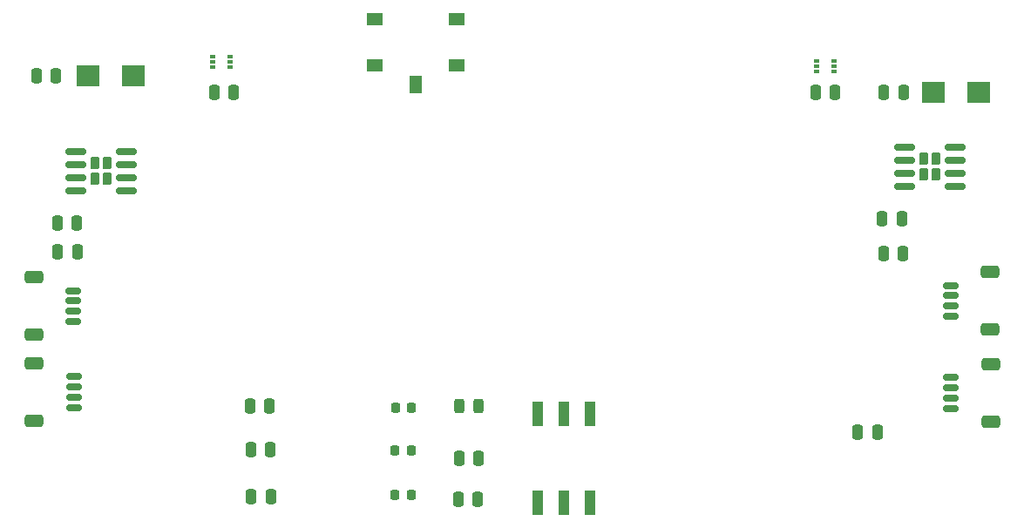
<source format=gbr>
%TF.GenerationSoftware,KiCad,Pcbnew,7.0.9*%
%TF.CreationDate,2023-12-24T18:06:15-08:00*%
%TF.ProjectId,RatatoulliBoard,52617461-746f-4756-9c6c-69426f617264,rev?*%
%TF.SameCoordinates,Original*%
%TF.FileFunction,Paste,Top*%
%TF.FilePolarity,Positive*%
%FSLAX46Y46*%
G04 Gerber Fmt 4.6, Leading zero omitted, Abs format (unit mm)*
G04 Created by KiCad (PCBNEW 7.0.9) date 2023-12-24 18:06:15*
%MOMM*%
%LPD*%
G01*
G04 APERTURE LIST*
G04 Aperture macros list*
%AMRoundRect*
0 Rectangle with rounded corners*
0 $1 Rounding radius*
0 $2 $3 $4 $5 $6 $7 $8 $9 X,Y pos of 4 corners*
0 Add a 4 corners polygon primitive as box body*
4,1,4,$2,$3,$4,$5,$6,$7,$8,$9,$2,$3,0*
0 Add four circle primitives for the rounded corners*
1,1,$1+$1,$2,$3*
1,1,$1+$1,$4,$5*
1,1,$1+$1,$6,$7*
1,1,$1+$1,$8,$9*
0 Add four rect primitives between the rounded corners*
20,1,$1+$1,$2,$3,$4,$5,0*
20,1,$1+$1,$4,$5,$6,$7,0*
20,1,$1+$1,$6,$7,$8,$9,0*
20,1,$1+$1,$8,$9,$2,$3,0*%
G04 Aperture macros list end*
%ADD10RoundRect,0.243750X-0.243750X-0.456250X0.243750X-0.456250X0.243750X0.456250X-0.243750X0.456250X0*%
%ADD11R,1.550000X1.300000*%
%ADD12R,1.300000X1.700000*%
%ADD13RoundRect,0.225000X-0.225000X-0.250000X0.225000X-0.250000X0.225000X0.250000X-0.225000X0.250000X0*%
%ADD14RoundRect,0.150000X-0.625000X0.150000X-0.625000X-0.150000X0.625000X-0.150000X0.625000X0.150000X0*%
%ADD15RoundRect,0.250000X-0.650000X0.350000X-0.650000X-0.350000X0.650000X-0.350000X0.650000X0.350000X0*%
%ADD16RoundRect,0.250000X-0.250000X-0.475000X0.250000X-0.475000X0.250000X0.475000X-0.250000X0.475000X0*%
%ADD17RoundRect,0.150000X0.625000X-0.150000X0.625000X0.150000X-0.625000X0.150000X-0.625000X-0.150000X0*%
%ADD18RoundRect,0.250000X0.650000X-0.350000X0.650000X0.350000X-0.650000X0.350000X-0.650000X-0.350000X0*%
%ADD19RoundRect,0.250000X0.250000X0.475000X-0.250000X0.475000X-0.250000X-0.475000X0.250000X-0.475000X0*%
%ADD20R,0.475000X0.300000*%
%ADD21R,2.200000X2.150000*%
%ADD22RoundRect,0.230000X-0.230000X-0.375000X0.230000X-0.375000X0.230000X0.375000X-0.230000X0.375000X0*%
%ADD23RoundRect,0.150000X-0.825000X-0.150000X0.825000X-0.150000X0.825000X0.150000X-0.825000X0.150000X0*%
%ADD24R,1.120000X2.440000*%
G04 APERTURE END LIST*
D10*
%TO.C,R9*%
X81255000Y-78740000D03*
X83130000Y-78740000D03*
%TD*%
D11*
%TO.C,SW2*%
X73106597Y-41131005D03*
X81066597Y-41131005D03*
X81066597Y-45631005D03*
X73106597Y-45631005D03*
D12*
X77086597Y-47471005D03*
%TD*%
D13*
%TO.C,D4*%
X75062507Y-83059706D03*
X76612507Y-83059706D03*
%TD*%
D14*
%TO.C,J5*%
X43814768Y-67508518D03*
X43814768Y-68508518D03*
X43814768Y-69508518D03*
X43814768Y-70508518D03*
D15*
X39939768Y-66208518D03*
X39939768Y-71808518D03*
%TD*%
D16*
%TO.C,C3*%
X122511384Y-63939313D03*
X124411384Y-63939313D03*
%TD*%
%TO.C,C1*%
X57470000Y-48260000D03*
X59370000Y-48260000D03*
%TD*%
D13*
%TO.C,D3*%
X75046245Y-87336397D03*
X76596245Y-87336397D03*
%TD*%
D17*
%TO.C,J6*%
X129000000Y-70000000D03*
X129000000Y-69000000D03*
X129000000Y-68000000D03*
X129000000Y-67000000D03*
D18*
X132875000Y-71300000D03*
X132875000Y-65700000D03*
%TD*%
D19*
%TO.C,C2*%
X117798639Y-48260000D03*
X115898639Y-48260000D03*
%TD*%
%TO.C,C8*%
X62945139Y-82951438D03*
X61045139Y-82951438D03*
%TD*%
D17*
%TO.C,J4*%
X129030968Y-78951087D03*
X129030968Y-77951087D03*
X129030968Y-76951087D03*
X129030968Y-75951087D03*
D18*
X132905968Y-80251087D03*
X132905968Y-74651087D03*
%TD*%
D13*
%TO.C,D5*%
X75086082Y-78886934D03*
X76636082Y-78886934D03*
%TD*%
D20*
%TO.C,IC3*%
X116002000Y-45220000D03*
X116002000Y-45720000D03*
X116002000Y-46220000D03*
X117678000Y-46220000D03*
X117678000Y-45720000D03*
X117678000Y-45220000D03*
%TD*%
D21*
%TO.C,D1*%
X45243462Y-46654814D03*
X49643462Y-46654814D03*
%TD*%
D22*
%TO.C,U2*%
X126445797Y-54710711D03*
X126445797Y-56210711D03*
X127585797Y-54710711D03*
X127585797Y-56210711D03*
D23*
X124540797Y-53555711D03*
X124540797Y-54825711D03*
X124540797Y-56095711D03*
X124540797Y-57365711D03*
X129490797Y-57365711D03*
X129490797Y-56095711D03*
X129490797Y-54825711D03*
X129490797Y-53555711D03*
%TD*%
D19*
%TO.C,C9*%
X62860000Y-78740000D03*
X60960000Y-78740000D03*
%TD*%
D16*
%TO.C,R7*%
X81165560Y-87768400D03*
X83065560Y-87768400D03*
%TD*%
D14*
%TO.C,J3*%
X43884011Y-75841908D03*
X43884011Y-76841908D03*
X43884011Y-77841908D03*
X43884011Y-78841908D03*
D15*
X40009011Y-74541908D03*
X40009011Y-80141908D03*
%TD*%
D19*
%TO.C,C13*%
X121920000Y-81280000D03*
X120020000Y-81280000D03*
%TD*%
D16*
%TO.C,C10*%
X40195555Y-46636900D03*
X42095555Y-46636900D03*
%TD*%
%TO.C,R8*%
X81280000Y-83820000D03*
X83180000Y-83820000D03*
%TD*%
D22*
%TO.C,U1*%
X45926538Y-55110792D03*
X45926538Y-56610792D03*
X47066538Y-55110792D03*
X47066538Y-56610792D03*
D23*
X44021538Y-53955792D03*
X44021538Y-55225792D03*
X44021538Y-56495792D03*
X44021538Y-57765792D03*
X48971538Y-57765792D03*
X48971538Y-56495792D03*
X48971538Y-55225792D03*
X48971538Y-53955792D03*
%TD*%
D16*
%TO.C,C4*%
X122560000Y-48260000D03*
X124460000Y-48260000D03*
%TD*%
%TO.C,C6*%
X42274397Y-63757985D03*
X44174397Y-63757985D03*
%TD*%
%TO.C,R1*%
X42230000Y-60960000D03*
X44130000Y-60960000D03*
%TD*%
D21*
%TO.C,D2*%
X127340000Y-48260000D03*
X131740000Y-48260000D03*
%TD*%
D20*
%TO.C,IC2*%
X59013901Y-45740516D03*
X59013901Y-45240516D03*
X59013901Y-44740516D03*
X57337901Y-44740516D03*
X57337901Y-45240516D03*
X57337901Y-45740516D03*
%TD*%
D16*
%TO.C,R4*%
X122394818Y-60529134D03*
X124294818Y-60529134D03*
%TD*%
D19*
%TO.C,C16*%
X62965401Y-87485729D03*
X61065401Y-87485729D03*
%TD*%
D24*
%TO.C,SW1*%
X88900000Y-88125000D03*
X91440000Y-88125000D03*
X93980000Y-88125000D03*
X93980000Y-79515000D03*
X91440000Y-79515000D03*
X88900000Y-79515000D03*
%TD*%
M02*

</source>
